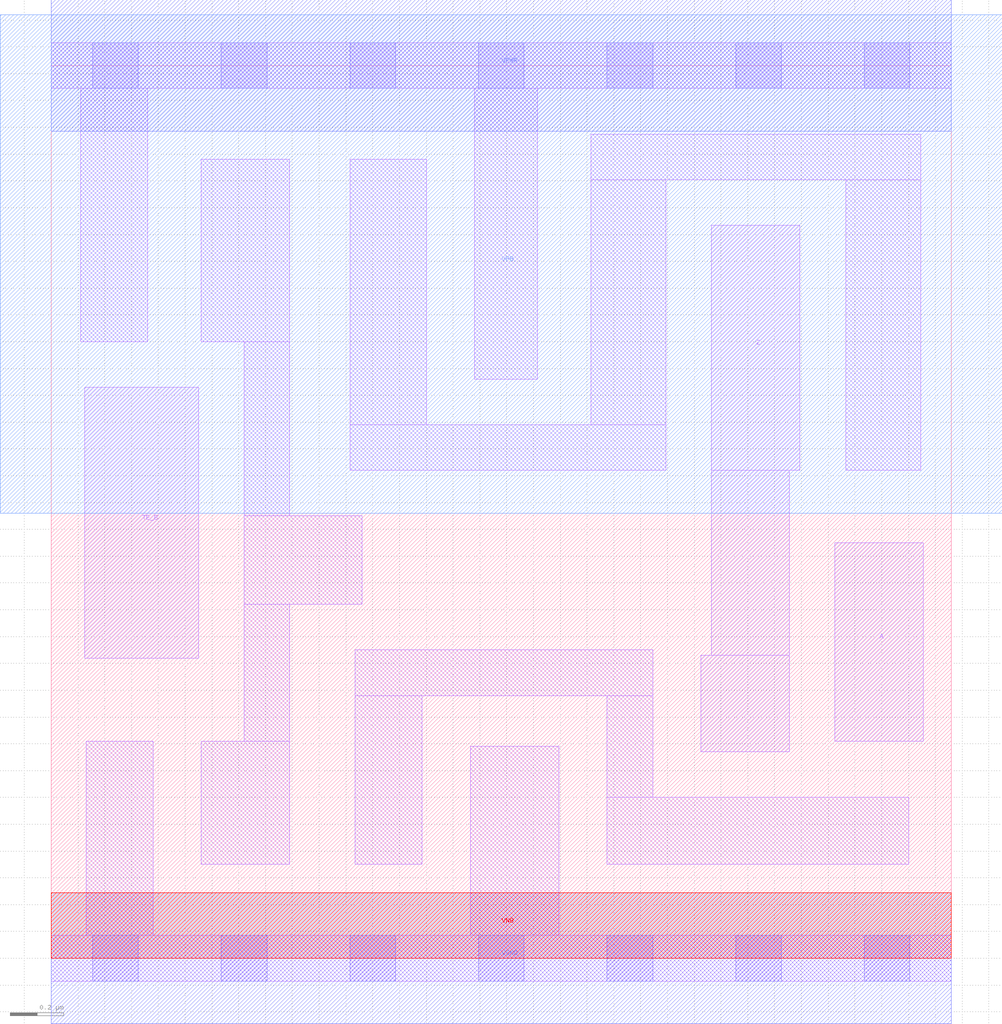
<source format=lef>
# Copyright 2020 The SkyWater PDK Authors
#
# Licensed under the Apache License, Version 2.0 (the "License");
# you may not use this file except in compliance with the License.
# You may obtain a copy of the License at
#
#     https://www.apache.org/licenses/LICENSE-2.0
#
# Unless required by applicable law or agreed to in writing, software
# distributed under the License is distributed on an "AS IS" BASIS,
# WITHOUT WARRANTIES OR CONDITIONS OF ANY KIND, either express or implied.
# See the License for the specific language governing permissions and
# limitations under the License.
#
# SPDX-License-Identifier: Apache-2.0

VERSION 5.7 ;
  NOWIREEXTENSIONATPIN ON ;
  DIVIDERCHAR "/" ;
  BUSBITCHARS "[]" ;
MACRO sky130_fd_sc_ls__einvn_2
  CLASS CORE ;
  FOREIGN sky130_fd_sc_ls__einvn_2 ;
  ORIGIN  0.000000  0.000000 ;
  SIZE  3.360000 BY  3.330000 ;
  SYMMETRY X Y ;
  SITE unit ;
  PIN A
    ANTENNAGATEAREA  0.558000 ;
    DIRECTION INPUT ;
    USE SIGNAL ;
    PORT
      LAYER li1 ;
        RECT 2.925000 0.810000 3.255000 1.550000 ;
    END
  END A
  PIN TE_B
    ANTENNAGATEAREA  0.495000 ;
    DIRECTION INPUT ;
    USE SIGNAL ;
    PORT
      LAYER li1 ;
        RECT 0.125000 1.120000 0.550000 2.130000 ;
    END
  END TE_B
  PIN Z
    ANTENNADIFFAREA  0.546900 ;
    DIRECTION OUTPUT ;
    USE SIGNAL ;
    PORT
      LAYER li1 ;
        RECT 2.425000 0.770000 2.755000 1.130000 ;
        RECT 2.465000 1.130000 2.755000 1.820000 ;
        RECT 2.465000 1.820000 2.795000 2.735000 ;
    END
  END Z
  PIN VGND
    DIRECTION INOUT ;
    SHAPE ABUTMENT ;
    USE GROUND ;
    PORT
      LAYER met1 ;
        RECT 0.000000 -0.245000 3.360000 0.245000 ;
    END
  END VGND
  PIN VNB
    DIRECTION INOUT ;
    USE GROUND ;
    PORT
      LAYER pwell ;
        RECT 0.000000 0.000000 3.360000 0.245000 ;
    END
  END VNB
  PIN VPB
    DIRECTION INOUT ;
    USE POWER ;
    PORT
      LAYER nwell ;
        RECT -0.190000 1.660000 3.550000 3.520000 ;
    END
  END VPB
  PIN VPWR
    DIRECTION INOUT ;
    SHAPE ABUTMENT ;
    USE POWER ;
    PORT
      LAYER met1 ;
        RECT 0.000000 3.085000 3.360000 3.575000 ;
    END
  END VPWR
  OBS
    LAYER li1 ;
      RECT 0.000000 -0.085000 3.360000 0.085000 ;
      RECT 0.000000  3.245000 3.360000 3.415000 ;
      RECT 0.110000  2.300000 0.360000 3.245000 ;
      RECT 0.130000  0.085000 0.380000 0.810000 ;
      RECT 0.560000  0.350000 0.890000 0.810000 ;
      RECT 0.560000  2.300000 0.890000 2.980000 ;
      RECT 0.720000  0.810000 0.890000 1.320000 ;
      RECT 0.720000  1.320000 1.160000 1.650000 ;
      RECT 0.720000  1.650000 0.890000 2.300000 ;
      RECT 1.115000  1.820000 2.295000 1.990000 ;
      RECT 1.115000  1.990000 1.400000 2.980000 ;
      RECT 1.135000  0.350000 1.385000 0.980000 ;
      RECT 1.135000  0.980000 2.245000 1.150000 ;
      RECT 1.565000  0.085000 1.895000 0.790000 ;
      RECT 1.580000  2.160000 1.815000 3.245000 ;
      RECT 2.015000  1.990000 2.295000 2.905000 ;
      RECT 2.015000  2.905000 3.245000 3.075000 ;
      RECT 2.075000  0.350000 3.200000 0.600000 ;
      RECT 2.075000  0.600000 2.245000 0.980000 ;
      RECT 2.965000  1.820000 3.245000 2.905000 ;
    LAYER mcon ;
      RECT 0.155000 -0.085000 0.325000 0.085000 ;
      RECT 0.155000  3.245000 0.325000 3.415000 ;
      RECT 0.635000 -0.085000 0.805000 0.085000 ;
      RECT 0.635000  3.245000 0.805000 3.415000 ;
      RECT 1.115000 -0.085000 1.285000 0.085000 ;
      RECT 1.115000  3.245000 1.285000 3.415000 ;
      RECT 1.595000 -0.085000 1.765000 0.085000 ;
      RECT 1.595000  3.245000 1.765000 3.415000 ;
      RECT 2.075000 -0.085000 2.245000 0.085000 ;
      RECT 2.075000  3.245000 2.245000 3.415000 ;
      RECT 2.555000 -0.085000 2.725000 0.085000 ;
      RECT 2.555000  3.245000 2.725000 3.415000 ;
      RECT 3.035000 -0.085000 3.205000 0.085000 ;
      RECT 3.035000  3.245000 3.205000 3.415000 ;
  END
END sky130_fd_sc_ls__einvn_2
END LIBRARY

</source>
